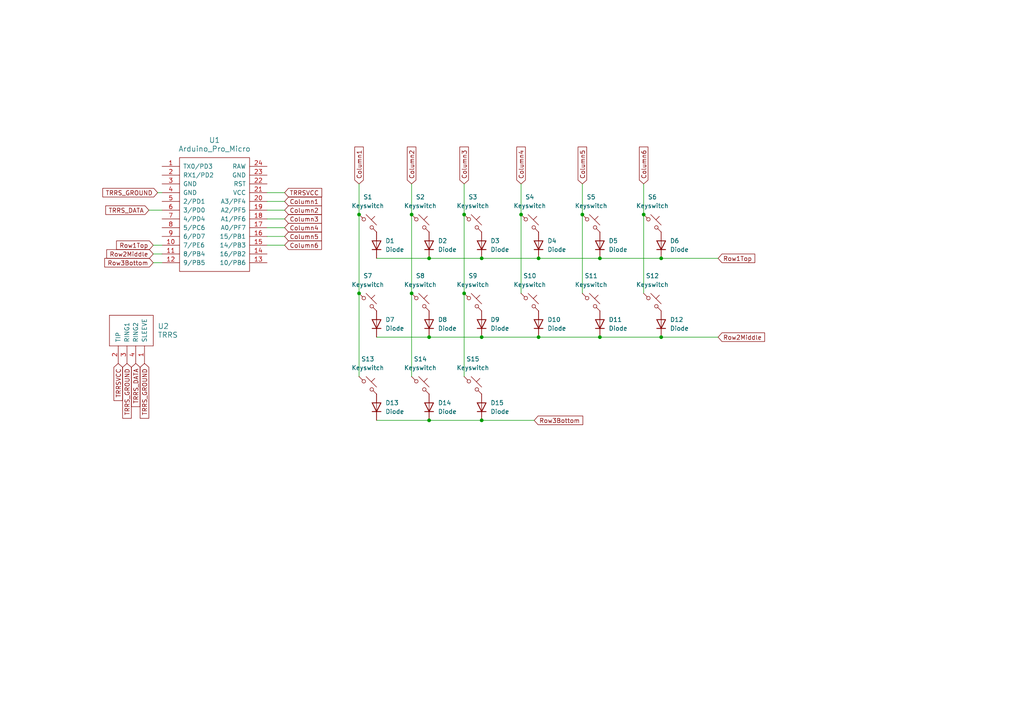
<source format=kicad_sch>
(kicad_sch (version 20231120) (generator "eeschema") (generator_version "8.0")
  (paper "A4")
  (lib_symbols
    (symbol "ScottoKeebs:MCU_Arduino_Pro_Micro" (pin_names (offset 1.016))
      (property "Reference" "U" (at 0 0 0))
      (property "Value" "Arduino_Pro_Micro" (at 0 -19.05 0))
      (symbol "MCU_Arduino_Pro_Micro_0_1"
        (rectangle (start -10.16 16.51) (end 10.16 -16.51))
      )
      (symbol "MCU_Arduino_Pro_Micro_1_1"
        (pin input line (at -15.24 13.97 0) (length 5.08) (name "TX0/PD3") (number "1"))
        (pin input line (at -15.24 -8.89 0) (length 5.08) (name "7/PE6") (number "10"))
        (pin input line (at -15.24 -11.43 0) (length 5.08) (name "8/PB4") (number "11"))
        (pin input line (at -15.24 -13.97 0) (length 5.08) (name "9/PB5") (number "12"))
        (pin input line (at 15.24 -13.97 180) (length 5.08) (name "10/PB6") (number "13"))
        (pin input line (at 15.24 -11.43 180) (length 5.08) (name "16/PB2") (number "14"))
        (pin input line (at 15.24 -8.89 180) (length 5.08) (name "14/PB3") (number "15"))
        (pin input line (at 15.24 -6.35 180) (length 5.08) (name "15/PB1") (number "16"))
        (pin input line (at 15.24 -3.81 180) (length 5.08) (name "A0/PF7") (number "17"))
        (pin input line (at 15.24 -1.27 180) (length 5.08) (name "A1/PF6") (number "18"))
        (pin input line (at 15.24 1.27 180) (length 5.08) (name "A2/PF5") (number "19"))
        (pin input line (at -15.24 11.43 0) (length 5.08) (name "RX1/PD2") (number "2"))
        (pin input line (at 15.24 3.81 180) (length 5.08) (name "A3/PF4") (number "20"))
        (pin input line (at 15.24 6.35 180) (length 5.08) (name "VCC") (number "21"))
        (pin input line (at 15.24 8.89 180) (length 5.08) (name "RST") (number "22"))
        (pin input line (at 15.24 11.43 180) (length 5.08) (name "GND") (number "23"))
        (pin input line (at 15.24 13.97 180) (length 5.08) (name "RAW") (number "24"))
        (pin input line (at -15.24 8.89 0) (length 5.08) (name "GND") (number "3"))
        (pin input line (at -15.24 6.35 0) (length 5.08) (name "GND") (number "4"))
        (pin input line (at -15.24 3.81 0) (length 5.08) (name "2/PD1") (number "5"))
        (pin input line (at -15.24 1.27 0) (length 5.08) (name "3/PD0") (number "6"))
        (pin input line (at -15.24 -1.27 0) (length 5.08) (name "4/PD4") (number "7"))
        (pin input line (at -15.24 -3.81 0) (length 5.08) (name "5/PC6") (number "8"))
        (pin input line (at -15.24 -6.35 0) (length 5.08) (name "6/PD7") (number "9"))
      )
    )
    (symbol "ScottoKeebs:Placeholder_Diode" (pin_numbers hide) (pin_names hide)
      (property "Reference" "D" (at 0 2.54 0))
      (property "Value" "Diode" (at 0 -2.54 0))
      (symbol "Placeholder_Diode_0_1"
        (polyline (pts (xy -1.27 1.27) (xy -1.27 -1.27)) (stroke (width 0.254)))
        (polyline (pts (xy 1.27 0) (xy -1.27 0)))
        (polyline (pts (xy 1.27 1.27) (xy 1.27 -1.27) (xy -1.27 0) (xy 1.27 1.27)) (stroke (width 0.254)))
      )
      (symbol "Placeholder_Diode_1_1"
        (pin passive line (at -3.81 0 0) (length 2.54) (name "K") (number "1"))
        (pin passive line (at 3.81 0 180) (length 2.54) (name "A") (number "2"))
      )
    )
    (symbol "ScottoKeebs:Placeholder_Keyswitch" (pin_numbers hide) (pin_names (offset 1.016) hide)
      (property "Reference" "S" (at 3.048 1.016 0))
      (property "Value" "Keyswitch" (at 0 -3.81 0))
      (symbol "Placeholder_Keyswitch_0_1"
        (circle (center -1.1684 1.1684) (radius 0.508))
        (polyline (pts (xy -0.508 2.54) (xy 2.54 -0.508)))
        (polyline (pts (xy 1.016 1.016) (xy 2.032 2.032)))
        (polyline (pts (xy -2.54 2.54) (xy -1.524 1.524) (xy -1.524 1.524)))
        (polyline (pts (xy 1.524 -1.524) (xy 2.54 -2.54) (xy 2.54 -2.54) (xy 2.54 -2.54)))
        (circle (center 1.143 -1.1938) (radius 0.508))
        (pin passive line (at -2.54 2.54 0) (length 0) (name "1") (number "1"))
        (pin passive line (at 2.54 -2.54 180) (length 0) (name "2") (number "2"))
      )
    )
    (symbol "ScottoKeebs:Placeholder_TRRS" (pin_names (offset 1.016))
      (property "Reference" "U" (at 0 15.24 0))
      (property "Value" "TRRS" (at 0 -2.54 0))
      (symbol "Placeholder_TRRS_0_1"
        (rectangle (start -3.81 0) (end -3.81 12.7))
        (rectangle (start -3.81 0) (end 5.08 0))
        (rectangle (start -3.81 12.7) (end 5.08 12.7))
        (rectangle (start 5.08 12.7) (end 5.08 0))
      )
      (symbol "Placeholder_TRRS_1_1"
        (pin input line (at -8.89 2.54 0) (length 5.08) (name "SLEEVE") (number "1"))
        (pin input line (at -8.89 10.16 0) (length 5.08) (name "TIP") (number "2"))
        (pin input line (at -8.89 7.62 0) (length 5.08) (name "RING1") (number "3"))
        (pin input line (at -8.89 5.08 0) (length 5.08) (name "RING2") (number "4"))
      )
    )
  )
  (junction (at 168.91 62.23))
  (junction (at 191.77 97.79))
  (junction (at 134.62 62.23))
  (junction (at 119.38 85.09))
  (junction (at 124.46 97.79))
  (junction (at 124.46 121.92))
  (junction (at 151.13 62.23))
  (junction (at 186.69 62.23))
  (junction (at 156.21 74.93))
  (junction (at 156.21 97.79))
  (junction (at 119.38 62.23))
  (junction (at 139.7 121.92))
  (junction (at 104.14 85.09))
  (junction (at 139.7 74.93))
  (junction (at 124.46 74.93))
  (junction (at 134.62 85.09))
  (junction (at 104.14 62.23))
  (junction (at 191.77 74.93))
  (junction (at 173.99 97.79))
  (junction (at 139.7 97.79))
  (junction (at 173.99 74.93))
  (wire (pts (xy 134.62 53.34) (xy 134.62 62.23)))
  (wire (pts (xy 82.55 63.5) (xy 77.47 63.5)))
  (wire (pts (xy 173.99 74.93) (xy 191.77 74.93)))
  (wire (pts (xy 134.62 62.23) (xy 134.62 85.09)))
  (wire (pts (xy 168.91 53.34) (xy 168.91 62.23)))
  (wire (pts (xy 173.99 97.79) (xy 191.77 97.79)))
  (wire (pts (xy 43.18 60.96) (xy 46.99 60.96)))
  (wire (pts (xy 124.46 97.79) (xy 139.7 97.79)))
  (wire (pts (xy 45.72 55.88) (xy 46.99 55.88)))
  (wire (pts (xy 109.22 97.79) (xy 124.46 97.79)))
  (wire (pts (xy 119.38 53.34) (xy 119.38 62.23)))
  (wire (pts (xy 82.55 55.88) (xy 77.47 55.88)))
  (wire (pts (xy 139.7 97.79) (xy 156.21 97.79)))
  (wire (pts (xy 151.13 53.34) (xy 151.13 62.23)))
  (wire (pts (xy 124.46 74.93) (xy 139.7 74.93)))
  (wire (pts (xy 104.14 53.34) (xy 104.14 62.23)))
  (wire (pts (xy 44.45 73.66) (xy 46.99 73.66)))
  (wire (pts (xy 156.21 74.93) (xy 173.99 74.93)))
  (wire (pts (xy 151.13 62.23) (xy 151.13 85.09)))
  (wire (pts (xy 208.28 97.79) (xy 191.77 97.79)))
  (wire (pts (xy 104.14 85.09) (xy 104.14 109.22)))
  (wire (pts (xy 186.69 62.23) (xy 186.69 85.09)))
  (wire (pts (xy 186.69 53.34) (xy 186.69 62.23)))
  (wire (pts (xy 124.46 121.92) (xy 139.7 121.92)))
  (wire (pts (xy 156.21 97.79) (xy 173.99 97.79)))
  (wire (pts (xy 82.55 68.58) (xy 77.47 68.58)))
  (wire (pts (xy 82.55 58.42) (xy 77.47 58.42)))
  (wire (pts (xy 139.7 74.93) (xy 156.21 74.93)))
  (wire (pts (xy 44.45 76.2) (xy 46.99 76.2)))
  (wire (pts (xy 119.38 85.09) (xy 119.38 109.22)))
  (wire (pts (xy 82.55 60.96) (xy 77.47 60.96)))
  (wire (pts (xy 82.55 71.12) (xy 77.47 71.12)))
  (wire (pts (xy 82.55 66.04) (xy 77.47 66.04)))
  (wire (pts (xy 44.45 71.12) (xy 46.99 71.12)))
  (wire (pts (xy 119.38 62.23) (xy 119.38 85.09)))
  (wire (pts (xy 208.28 74.93) (xy 191.77 74.93)))
  (wire (pts (xy 109.22 74.93) (xy 124.46 74.93)))
  (wire (pts (xy 104.14 62.23) (xy 104.14 85.09)))
  (wire (pts (xy 168.91 62.23) (xy 168.91 85.09)))
  (wire (pts (xy 134.62 85.09) (xy 134.62 109.22)))
  (wire (pts (xy 154.94 121.92) (xy 139.7 121.92)))
  (wire (pts (xy 109.22 121.92) (xy 124.46 121.92)))
  (global_label "TRRSVCC" (shape input) (at 34.29 105.41 270) (property "Intersheetrefs" "${INTERSHEET_REFS}" (effects (hide yes))))
  (global_label "Row3Bottom" (shape input) (at 154.94 121.92 0) (property "Intersheetrefs" "${INTERSHEET_REFS}" (effects (hide yes))))
  (global_label "Column4" (shape input) (at 151.13 53.34 90) (property "Intersheetrefs" "${INTERSHEET_REFS}" (effects (hide yes))))
  (global_label "Row1Top" (shape input) (at 44.45 71.12 180) (property "Intersheetrefs" "${INTERSHEET_REFS}" (effects (hide yes))))
  (global_label "Row2Middle" (shape input) (at 208.28 97.79 0) (property "Intersheetrefs" "${INTERSHEET_REFS}" (effects (hide yes))))
  (global_label "Column3" (shape input) (at 82.55 63.5 0) (property "Intersheetrefs" "${INTERSHEET_REFS}" (effects (hide yes))))
  (global_label "Row1Top" (shape input) (at 208.28 74.93 0) (property "Intersheetrefs" "${INTERSHEET_REFS}" (effects (hide yes))))
  (global_label "TRRS_DATA" (shape input) (at 39.37 105.41 270) (property "Intersheetrefs" "${INTERSHEET_REFS}" (effects (hide yes))))
  (global_label "Row2Middle" (shape input) (at 44.45 73.66 180) (property "Intersheetrefs" "${INTERSHEET_REFS}" (effects (hide yes))))
  (global_label "Column6" (shape input) (at 82.55 71.12 0) (property "Intersheetrefs" "${INTERSHEET_REFS}" (effects (hide yes))))
  (global_label "TRRSVCC" (shape input) (at 82.55 55.88 0) (property "Intersheetrefs" "${INTERSHEET_REFS}" (effects (hide yes))))
  (global_label "Column2" (shape input) (at 119.38 53.34 90) (property "Intersheetrefs" "${INTERSHEET_REFS}" (effects (hide yes))))
  (global_label "Column2" (shape input) (at 82.55 60.96 0) (property "Intersheetrefs" "${INTERSHEET_REFS}" (effects (hide yes))))
  (global_label "Column4" (shape input) (at 82.55 66.04 0) (property "Intersheetrefs" "${INTERSHEET_REFS}" (effects (hide yes))))
  (global_label "TRRS_GROUND" (shape input) (at 45.72 55.88 180) (property "Intersheetrefs" "${INTERSHEET_REFS}" (effects (hide yes))))
  (global_label "Column5" (shape input) (at 82.55 68.58 0) (property "Intersheetrefs" "${INTERSHEET_REFS}" (effects (hide yes))))
  (global_label "Column3" (shape input) (at 134.62 53.34 90) (property "Intersheetrefs" "${INTERSHEET_REFS}" (effects (hide yes))))
  (global_label "Column6" (shape input) (at 186.69 53.34 90) (property "Intersheetrefs" "${INTERSHEET_REFS}" (effects (hide yes))))
  (global_label "Column1" (shape input) (at 104.14 53.34 90) (property "Intersheetrefs" "${INTERSHEET_REFS}" (effects (hide yes))))
  (global_label "TRRS_DATA" (shape input) (at 43.18 60.96 180) (property "Intersheetrefs" "${INTERSHEET_REFS}" (effects (hide yes))))
  (global_label "TRRS_GROUND" (shape input) (at 41.91 105.41 270) (property "Intersheetrefs" "${INTERSHEET_REFS}" (effects (hide yes))))
  (global_label "Column1" (shape input) (at 82.55 58.42 0) (property "Intersheetrefs" "${INTERSHEET_REFS}" (effects (hide yes))))
  (global_label "TRRS_GROUND" (shape input) (at 36.83 105.41 270) (property "Intersheetrefs" "${INTERSHEET_REFS}" (effects (hide yes))))
  (global_label "Column5" (shape input) (at 168.91 53.34 90) (property "Intersheetrefs" "${INTERSHEET_REFS}" (effects (hide yes))))
  (global_label "Row3Bottom" (shape input) (at 44.45 76.2 180) (property "Intersheetrefs" "${INTERSHEET_REFS}" (effects (hide yes))))
  (symbol (lib_id "ScottoKeebs:Placeholder_Keyswitch") (at 171.45 64.77 0) (unit 1)
    (property "Reference" "S5" (at 171.45 57.15 0))
    (property "Value" "Keyswitch" (at 171.45 59.69 0))
    (property "Footprint" "ScottoKeebs_Choc:Choc_V2_1.00u" (effects (hide yes)))
    (property "Description" "Push button switch, normally open, two pins, 45° tilted" (effects (hide yes)))
  )
  (symbol (lib_id "ScottoKeebs:Placeholder_Diode") (at 124.46 118.11 90) (unit 1)
    (property "Reference" "D14" (at 127 116.8399 90) (effects (justify right)))
    (property "Value" "Diode" (at 127 119.3799 90) (effects (justify right)))
    (property "Footprint" "ScottoKeebs_Components:Diode_DO-35" (effects (hide yes)))
    (property "Description" "1N4148 (DO-35) or 1N4148W (SOD-123)" (effects (hide yes)))
    (property "Sim.Device" "D" (effects (hide yes)))
    (property "Sim.Pins" "1=K 2=A" (effects (hide yes)))
  )
  (symbol (lib_id "ScottoKeebs:Placeholder_Keyswitch") (at 171.45 87.63 0) (unit 1)
    (property "Reference" "S11" (at 171.45 80.01 0))
    (property "Value" "Keyswitch" (at 171.45 82.55 0))
    (property "Footprint" "ScottoKeebs_Choc:Choc_V2_1.00u" (effects (hide yes)))
    (property "Description" "Push button switch, normally open, two pins, 45° tilted" (effects (hide yes)))
  )
  (symbol (lib_id "ScottoKeebs:Placeholder_Keyswitch") (at 137.16 111.76 0) (unit 1)
    (property "Reference" "S15" (at 137.16 104.14 0))
    (property "Value" "Keyswitch" (at 137.16 106.68 0))
    (property "Footprint" "ScottoKeebs_Choc:Choc_V2_1.00u" (effects (hide yes)))
    (property "Description" "Push button switch, normally open, two pins, 45° tilted" (effects (hide yes)))
  )
  (symbol (lib_id "ScottoKeebs:Placeholder_Diode") (at 139.7 93.98 90) (unit 1)
    (property "Reference" "D9" (at 142.24 92.7099 90) (effects (justify right)))
    (property "Value" "Diode" (at 142.24 95.2499 90) (effects (justify right)))
    (property "Footprint" "ScottoKeebs_Components:Diode_DO-35" (effects (hide yes)))
    (property "Description" "1N4148 (DO-35) or 1N4148W (SOD-123)" (effects (hide yes)))
    (property "Sim.Device" "D" (effects (hide yes)))
    (property "Sim.Pins" "1=K 2=A" (effects (hide yes)))
  )
  (symbol (lib_id "ScottoKeebs:Placeholder_Keyswitch") (at 106.68 64.77 0) (unit 1)
    (property "Reference" "S1" (at 106.68 57.15 0))
    (property "Value" "Keyswitch" (at 106.68 59.69 0))
    (property "Footprint" "ScottoKeebs_Choc:Choc_V2_1.00u" (effects (hide yes)))
    (property "Description" "Push button switch, normally open, two pins, 45° tilted" (effects (hide yes)))
  )
  (symbol (lib_id "ScottoKeebs:Placeholder_Keyswitch") (at 121.92 87.63 0) (unit 1)
    (property "Reference" "S8" (at 121.92 80.01 0))
    (property "Value" "Keyswitch" (at 121.92 82.55 0))
    (property "Footprint" "ScottoKeebs_Choc:Choc_V2_1.00u" (effects (hide yes)))
    (property "Description" "Push button switch, normally open, two pins, 45° tilted" (effects (hide yes)))
  )
  (symbol (lib_id "ScottoKeebs:Placeholder_Keyswitch") (at 137.16 87.63 0) (unit 1)
    (property "Reference" "S9" (at 137.16 80.01 0))
    (property "Value" "Keyswitch" (at 137.16 82.55 0))
    (property "Footprint" "ScottoKeebs_Choc:Choc_V2_1.00u" (effects (hide yes)))
    (property "Description" "Push button switch, normally open, two pins, 45° tilted" (effects (hide yes)))
  )
  (symbol (lib_id "ScottoKeebs:MCU_Arduino_Pro_Micro") (at 62.23 62.23 0) (unit 1)
    (property "Reference" "U1" (at 62.23 40.64 0) (effects (font (size 1.524 1.524))))
    (property "Value" "Arduino_Pro_Micro" (at 62.23 43.18 0) (effects (font (size 1.524 1.524))))
    (property "Footprint" "ScottoKeebs_MCU:Arduino_Pro_Micro" (effects (hide yes)))
  )
  (symbol (lib_id "ScottoKeebs:Placeholder_Diode") (at 139.7 71.12 90) (unit 1)
    (property "Reference" "D3" (at 142.24 69.8499 90) (effects (justify right)))
    (property "Value" "Diode" (at 142.24 72.3899 90) (effects (justify right)))
    (property "Footprint" "ScottoKeebs_Components:Diode_DO-35" (effects (hide yes)))
    (property "Description" "1N4148 (DO-35) or 1N4148W (SOD-123)" (effects (hide yes)))
    (property "Sim.Device" "D" (effects (hide yes)))
    (property "Sim.Pins" "1=K 2=A" (effects (hide yes)))
  )
  (symbol (lib_id "ScottoKeebs:Placeholder_Diode") (at 109.22 93.98 90) (unit 1)
    (property "Reference" "D7" (at 111.76 92.7099 90) (effects (justify right)))
    (property "Value" "Diode" (at 111.76 95.2499 90) (effects (justify right)))
    (property "Footprint" "ScottoKeebs_Components:Diode_DO-35" (effects (hide yes)))
    (property "Description" "1N4148 (DO-35) or 1N4148W (SOD-123)" (effects (hide yes)))
    (property "Sim.Device" "D" (effects (hide yes)))
    (property "Sim.Pins" "1=K 2=A" (effects (hide yes)))
  )
  (symbol (lib_id "ScottoKeebs:Placeholder_Diode") (at 109.22 71.12 90) (unit 1)
    (property "Reference" "D1" (at 111.76 69.8499 90) (effects (justify right)))
    (property "Value" "Diode" (at 111.76 72.3899 90) (effects (justify right)))
    (property "Footprint" "ScottoKeebs_Components:Diode_DO-35" (effects (hide yes)))
    (property "Description" "1N4148 (DO-35) or 1N4148W (SOD-123)" (effects (hide yes)))
    (property "Sim.Device" "D" (effects (hide yes)))
    (property "Sim.Pins" "1=K 2=A" (effects (hide yes)))
  )
  (symbol (lib_id "ScottoKeebs:Placeholder_Diode") (at 156.21 93.98 90) (unit 1)
    (property "Reference" "D10" (at 158.75 92.7099 90) (effects (justify right)))
    (property "Value" "Diode" (at 158.75 95.2499 90) (effects (justify right)))
    (property "Footprint" "ScottoKeebs_Components:Diode_DO-35" (effects (hide yes)))
    (property "Description" "1N4148 (DO-35) or 1N4148W (SOD-123)" (effects (hide yes)))
    (property "Sim.Device" "D" (effects (hide yes)))
    (property "Sim.Pins" "1=K 2=A" (effects (hide yes)))
  )
  (symbol (lib_id "ScottoKeebs:Placeholder_Diode") (at 109.22 118.11 90) (unit 1)
    (property "Reference" "D13" (at 111.76 116.8399 90) (effects (justify right)))
    (property "Value" "Diode" (at 111.76 119.3799 90) (effects (justify right)))
    (property "Footprint" "ScottoKeebs_Components:Diode_DO-35" (effects (hide yes)))
    (property "Description" "1N4148 (DO-35) or 1N4148W (SOD-123)" (effects (hide yes)))
    (property "Sim.Device" "D" (effects (hide yes)))
    (property "Sim.Pins" "1=K 2=A" (effects (hide yes)))
  )
  (symbol (lib_id "ScottoKeebs:Placeholder_Keyswitch") (at 189.23 64.77 0) (unit 1)
    (property "Reference" "S6" (at 189.23 57.15 0))
    (property "Value" "Keyswitch" (at 189.23 59.69 0))
    (property "Footprint" "ScottoKeebs_Choc:Choc_V2_1.00u" (effects (hide yes)))
    (property "Description" "Push button switch, normally open, two pins, 45° tilted" (effects (hide yes)))
  )
  (symbol (lib_id "ScottoKeebs:Placeholder_Diode") (at 124.46 93.98 90) (unit 1)
    (property "Reference" "D8" (at 127 92.7099 90) (effects (justify right)))
    (property "Value" "Diode" (at 127 95.2499 90) (effects (justify right)))
    (property "Footprint" "ScottoKeebs_Components:Diode_DO-35" (effects (hide yes)))
    (property "Description" "1N4148 (DO-35) or 1N4148W (SOD-123)" (effects (hide yes)))
    (property "Sim.Device" "D" (effects (hide yes)))
    (property "Sim.Pins" "1=K 2=A" (effects (hide yes)))
  )
  (symbol (lib_id "ScottoKeebs:Placeholder_Keyswitch") (at 106.68 111.76 0) (unit 1)
    (property "Reference" "S13" (at 106.68 104.14 0))
    (property "Value" "Keyswitch" (at 106.68 106.68 0))
    (property "Footprint" "ScottoKeebs_Choc:Choc_V2_1.00u" (effects (hide yes)))
    (property "Description" "Push button switch, normally open, two pins, 45° tilted" (effects (hide yes)))
  )
  (symbol (lib_id "ScottoKeebs:Placeholder_Keyswitch") (at 189.23 87.63 0) (unit 1)
    (property "Reference" "S12" (at 189.23 80.01 0))
    (property "Value" "Keyswitch" (at 189.23 82.55 0))
    (property "Footprint" "ScottoKeebs_Choc:Choc_V2_1.00u" (effects (hide yes)))
    (property "Description" "Push button switch, normally open, two pins, 45° tilted" (effects (hide yes)))
  )
  (symbol (lib_id "ScottoKeebs:Placeholder_Diode") (at 156.21 71.12 90) (unit 1)
    (property "Reference" "D4" (at 158.75 69.8499 90) (effects (justify right)))
    (property "Value" "Diode" (at 158.75 72.3899 90) (effects (justify right)))
    (property "Footprint" "ScottoKeebs_Components:Diode_DO-35" (effects (hide yes)))
    (property "Description" "1N4148 (DO-35) or 1N4148W (SOD-123)" (effects (hide yes)))
    (property "Sim.Device" "D" (effects (hide yes)))
    (property "Sim.Pins" "1=K 2=A" (effects (hide yes)))
  )
  (symbol (lib_id "ScottoKeebs:Placeholder_Diode") (at 191.77 71.12 90) (unit 1)
    (property "Reference" "D6" (at 194.31 69.8499 90) (effects (justify right)))
    (property "Value" "Diode" (at 194.31 72.3899 90) (effects (justify right)))
    (property "Footprint" "ScottoKeebs_Components:Diode_DO-35" (effects (hide yes)))
    (property "Description" "1N4148 (DO-35) or 1N4148W (SOD-123)" (effects (hide yes)))
    (property "Sim.Device" "D" (effects (hide yes)))
    (property "Sim.Pins" "1=K 2=A" (effects (hide yes)))
  )
  (symbol (lib_id "ScottoKeebs:Placeholder_Keyswitch") (at 121.92 111.76 0) (unit 1)
    (property "Reference" "S14" (at 121.92 104.14 0))
    (property "Value" "Keyswitch" (at 121.92 106.68 0))
    (property "Footprint" "ScottoKeebs_Choc:Choc_V2_1.00u" (effects (hide yes)))
    (property "Description" "Push button switch, normally open, two pins, 45° tilted" (effects (hide yes)))
  )
  (symbol (lib_id "ScottoKeebs:Placeholder_TRRS") (at 44.45 96.52 90) (unit 1)
    (property "Reference" "U2" (at 45.72 94.6149 90) (effects (font (size 1.524 1.524)) (justify right)))
    (property "Value" "TRRS" (at 45.72 97.1549 90) (effects (font (size 1.524 1.524)) (justify right)))
    (property "Footprint" "ScottoKeebs_Components:TRRS_PJ-320A" (effects (hide yes)))
  )
  (symbol (lib_id "ScottoKeebs:Placeholder_Keyswitch") (at 153.67 64.77 0) (unit 1)
    (property "Reference" "S4" (at 153.67 57.15 0))
    (property "Value" "Keyswitch" (at 153.67 59.69 0))
    (property "Footprint" "ScottoKeebs_Choc:Choc_V2_1.00u" (effects (hide yes)))
    (property "Description" "Push button switch, normally open, two pins, 45° tilted" (effects (hide yes)))
  )
  (symbol (lib_id "ScottoKeebs:Placeholder_Keyswitch") (at 137.16 64.77 0) (unit 1)
    (property "Reference" "S3" (at 137.16 57.15 0))
    (property "Value" "Keyswitch" (at 137.16 59.69 0))
    (property "Footprint" "ScottoKeebs_Choc:Choc_V2_1.00u" (effects (hide yes)))
    (property "Description" "Push button switch, normally open, two pins, 45° tilted" (effects (hide yes)))
  )
  (symbol (lib_id "ScottoKeebs:Placeholder_Diode") (at 173.99 93.98 90) (unit 1)
    (property "Reference" "D11" (at 176.53 92.7099 90) (effects (justify right)))
    (property "Value" "Diode" (at 176.53 95.2499 90) (effects (justify right)))
    (property "Footprint" "ScottoKeebs_Components:Diode_DO-35" (effects (hide yes)))
    (property "Description" "1N4148 (DO-35) or 1N4148W (SOD-123)" (effects (hide yes)))
    (property "Sim.Device" "D" (effects (hide yes)))
    (property "Sim.Pins" "1=K 2=A" (effects (hide yes)))
  )
  (symbol (lib_id "ScottoKeebs:Placeholder_Keyswitch") (at 153.67 87.63 0) (unit 1)
    (property "Reference" "S10" (at 153.67 80.01 0))
    (property "Value" "Keyswitch" (at 153.67 82.55 0))
    (property "Footprint" "ScottoKeebs_Choc:Choc_V2_1.00u" (effects (hide yes)))
    (property "Description" "Push button switch, normally open, two pins, 45° tilted" (effects (hide yes)))
  )
  (symbol (lib_id "ScottoKeebs:Placeholder_Diode") (at 173.99 71.12 90) (unit 1)
    (property "Reference" "D5" (at 176.53 69.8499 90) (effects (justify right)))
    (property "Value" "Diode" (at 176.53 72.3899 90) (effects (justify right)))
    (property "Footprint" "ScottoKeebs_Components:Diode_DO-35" (effects (hide yes)))
    (property "Description" "1N4148 (DO-35) or 1N4148W (SOD-123)" (effects (hide yes)))
    (property "Sim.Device" "D" (effects (hide yes)))
    (property "Sim.Pins" "1=K 2=A" (effects (hide yes)))
  )
  (symbol (lib_id "ScottoKeebs:Placeholder_Diode") (at 124.46 71.12 90) (unit 1)
    (property "Reference" "D2" (at 127 69.8499 90) (effects (justify right)))
    (property "Value" "Diode" (at 127 72.3899 90) (effects (justify right)))
    (property "Footprint" "ScottoKeebs_Components:Diode_DO-35" (effects (hide yes)))
    (property "Description" "1N4148 (DO-35) or 1N4148W (SOD-123)" (effects (hide yes)))
    (property "Sim.Device" "D" (effects (hide yes)))
    (property "Sim.Pins" "1=K 2=A" (effects (hide yes)))
  )
  (symbol (lib_id "ScottoKeebs:Placeholder_Diode") (at 139.7 118.11 90) (unit 1)
    (property "Reference" "D15" (at 142.24 116.8399 90) (effects (justify right)))
    (property "Value" "Diode" (at 142.24 119.3799 90) (effects (justify right)))
    (property "Footprint" "ScottoKeebs_Components:Diode_DO-35" (effects (hide yes)))
    (property "Description" "1N4148 (DO-35) or 1N4148W (SOD-123)" (effects (hide yes)))
    (property "Sim.Device" "D" (effects (hide yes)))
    (property "Sim.Pins" "1=K 2=A" (effects (hide yes)))
  )
  (symbol (lib_id "ScottoKeebs:Placeholder_Keyswitch") (at 121.92 64.77 0) (unit 1)
    (property "Reference" "S2" (at 121.92 57.15 0))
    (property "Value" "Keyswitch" (at 121.92 59.69 0))
    (property "Footprint" "ScottoKeebs_Choc:Choc_V2_1.00u" (effects (hide yes)))
    (property "Description" "Push button switch, normally open, two pins, 45° tilted" (effects (hide yes)))
  )
  (symbol (lib_id "ScottoKeebs:Placeholder_Keyswitch") (at 106.68 87.63 0) (unit 1)
    (property "Reference" "S7" (at 106.68 80.01 0))
    (property "Value" "Keyswitch" (at 106.68 82.55 0))
    (property "Footprint" "ScottoKeebs_Choc:Choc_V2_1.00u" (effects (hide yes)))
    (property "Description" "Push button switch, normally open, two pins, 45° tilted" (effects (hide yes)))
  )
  (symbol (lib_id "ScottoKeebs:Placeholder_Diode") (at 191.77 93.98 90) (unit 1)
    (property "Reference" "D12" (at 194.31 92.7099 90) (effects (justify right)))
    (property "Value" "Diode" (at 194.31 95.2499 90) (effects (justify right)))
    (property "Footprint" "ScottoKeebs_Components:Diode_DO-35" (effects (hide yes)))
    (property "Description" "1N4148 (DO-35) or 1N4148W (SOD-123)" (effects (hide yes)))
    (property "Sim.Device" "D" (effects (hide yes)))
    (property "Sim.Pins" "1=K 2=A" (effects (hide yes)))
  )
)
</source>
